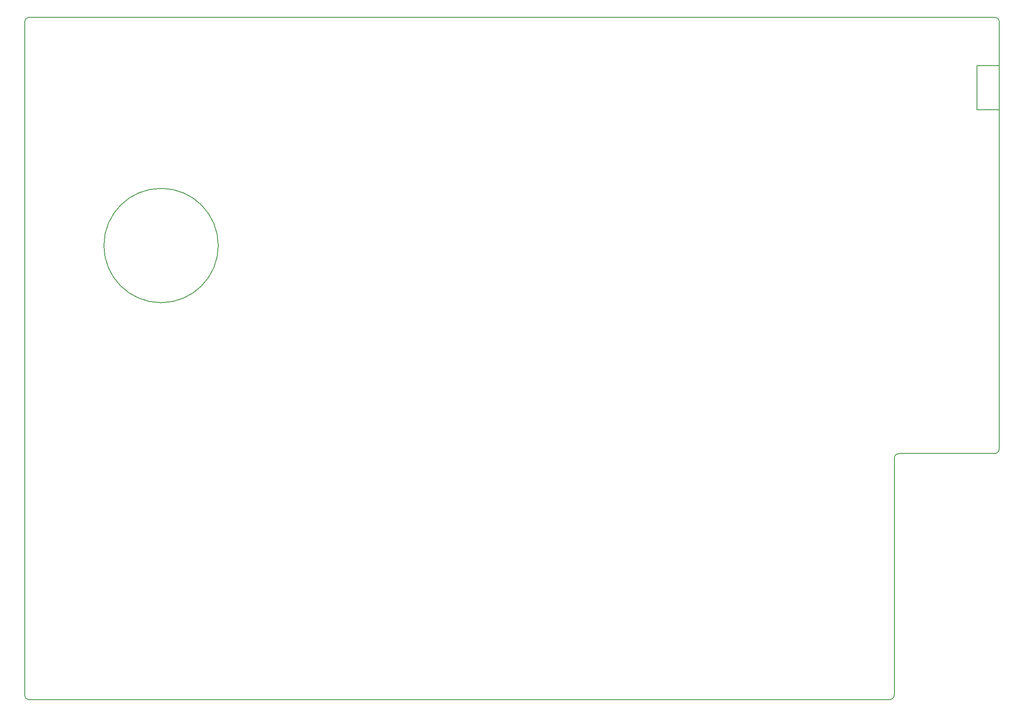
<source format=gko>
G04*
G04 #@! TF.GenerationSoftware,Altium Limited,Altium Designer,20.1.8 (145)*
G04*
G04 Layer_Color=16711935*
%FSAX24Y24*%
%MOIN*%
G70*
G04*
G04 #@! TF.SameCoordinates,C37C2F13-19AF-4E89-93B9-DE42FBC32811*
G04*
G04*
G04 #@! TF.FilePolarity,Positive*
G04*
G01*
G75*
%ADD147C,0.0050*%
D147*
X025640Y047870D02*
G03*
X025640Y047870I-004620J000000D01*
G01*
X080653Y031061D02*
G03*
X080264Y030682I-000005J-000384D01*
G01*
X088346Y031058D02*
G03*
X088740Y031442I000005J000389D01*
G01*
X079866Y011178D02*
G03*
X080260Y011562I000005J000389D01*
G01*
X010000Y011490D02*
G03*
X010310Y011180I000310J000000D01*
G01*
Y066300D02*
G03*
X010000Y065990I000000J-000310D01*
G01*
X088740D02*
G03*
X088430Y066300I-000310J000000D01*
G01*
X086942Y062394D02*
X088741D01*
X086942Y058850D02*
Y062394D01*
Y058850D02*
X088741D01*
Y062394D01*
X080261Y030679D02*
X080261Y030682D01*
X080264Y011572D02*
X080264Y030687D01*
X080648Y031059D02*
X088348Y031059D01*
X010000Y011490D02*
X010000Y065990D01*
X088740Y031442D02*
X088740Y065990D01*
X010310Y011180D02*
X079866Y011180D01*
X010310Y066300D02*
X088430Y066300D01*
M02*

</source>
